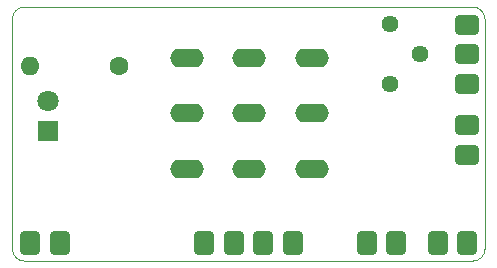
<source format=gbr>
%TF.GenerationSoftware,KiCad,Pcbnew,9.0.2*%
%TF.CreationDate,2025-07-23T23:09:01-07:00*%
%TF.ProjectId,3pdt-pwr-breakout-neg-V2,33706474-2d70-4777-922d-627265616b6f,rev?*%
%TF.SameCoordinates,Original*%
%TF.FileFunction,Soldermask,Top*%
%TF.FilePolarity,Negative*%
%FSLAX46Y46*%
G04 Gerber Fmt 4.6, Leading zero omitted, Abs format (unit mm)*
G04 Created by KiCad (PCBNEW 9.0.2) date 2025-07-23 23:09:01*
%MOMM*%
%LPD*%
G01*
G04 APERTURE LIST*
G04 Aperture macros list*
%AMRoundRect*
0 Rectangle with rounded corners*
0 $1 Rounding radius*
0 $2 $3 $4 $5 $6 $7 $8 $9 X,Y pos of 4 corners*
0 Add a 4 corners polygon primitive as box body*
4,1,4,$2,$3,$4,$5,$6,$7,$8,$9,$2,$3,0*
0 Add four circle primitives for the rounded corners*
1,1,$1+$1,$2,$3*
1,1,$1+$1,$4,$5*
1,1,$1+$1,$6,$7*
1,1,$1+$1,$8,$9*
0 Add four rect primitives between the rounded corners*
20,1,$1+$1,$2,$3,$4,$5,0*
20,1,$1+$1,$4,$5,$6,$7,0*
20,1,$1+$1,$6,$7,$8,$9,0*
20,1,$1+$1,$8,$9,$2,$3,0*%
G04 Aperture macros list end*
%ADD10RoundRect,0.247500X0.577500X0.727500X-0.577500X0.727500X-0.577500X-0.727500X0.577500X-0.727500X0*%
%ADD11RoundRect,0.247500X0.727500X-0.577500X0.727500X0.577500X-0.727500X0.577500X-0.727500X-0.577500X0*%
%ADD12RoundRect,0.247500X-0.727500X0.577500X-0.727500X-0.577500X0.727500X-0.577500X0.727500X0.577500X0*%
%ADD13C,1.600000*%
%ADD14O,1.600000X1.600000*%
%ADD15C,1.440000*%
%ADD16R,1.800000X1.800000*%
%ADD17C,1.800000*%
%ADD18O,2.850000X1.600000*%
%TA.AperFunction,Profile*%
%ADD19C,0.100000*%
%TD*%
G04 APERTURE END LIST*
D10*
%TO.C,WP5*%
X77500000Y-71000000D03*
%TD*%
D11*
%TO.C,WP11*%
X86000000Y-63500000D03*
%TD*%
D10*
%TO.C,WP7*%
X68750000Y-71000000D03*
%TD*%
D12*
%TO.C,WP15*%
X86000000Y-52500000D03*
%TD*%
D11*
%TO.C,WP12*%
X86000000Y-61000000D03*
%TD*%
D10*
%TO.C,WP4*%
X51500000Y-71000000D03*
%TD*%
D13*
%TO.C,R1*%
X56500000Y-56000000D03*
D14*
X49000000Y-56000000D03*
%TD*%
D10*
%TO.C,WP3*%
X49000000Y-71000000D03*
%TD*%
D12*
%TO.C,WP14*%
X86000000Y-57500000D03*
%TD*%
%TO.C,WP13*%
X86000000Y-55000000D03*
%TD*%
D10*
%TO.C,WP2*%
X86000000Y-71000000D03*
%TD*%
%TO.C,WP6*%
X80000000Y-71000000D03*
%TD*%
%TO.C,WP8*%
X71250000Y-71000000D03*
%TD*%
%TO.C,WP9*%
X63750000Y-71000000D03*
%TD*%
%TO.C,WP1*%
X83500000Y-71000000D03*
%TD*%
D15*
%TO.C,RV1*%
X79460000Y-52460000D03*
X82000000Y-55000000D03*
X79460000Y-57540000D03*
%TD*%
D10*
%TO.C,WP10*%
X66250000Y-71000000D03*
%TD*%
D16*
%TO.C,D2*%
X50500000Y-61525000D03*
D17*
X50500000Y-58985000D03*
%TD*%
D18*
%TO.C,SW1*%
X72850000Y-64700000D03*
X72850000Y-60000000D03*
X72850000Y-55300000D03*
X67550000Y-64700000D03*
X67550000Y-60000000D03*
X67550000Y-55300000D03*
X62250000Y-64700000D03*
X62250000Y-60000000D03*
X62250000Y-55300000D03*
%TD*%
D19*
X87500000Y-71500000D02*
G75*
G02*
X86500000Y-72500000I-1000000J0D01*
G01*
X86500000Y-72500000D02*
X48500000Y-72500000D01*
X48500000Y-72500000D02*
G75*
G02*
X47500000Y-71500000I0J1000000D01*
G01*
X48500000Y-51000000D02*
X86500000Y-51000000D01*
X47500000Y-71500000D02*
X47500000Y-52000000D01*
X87500000Y-52000000D02*
X87500000Y-71500000D01*
X86500000Y-51000000D02*
G75*
G02*
X87500000Y-52000000I0J-1000000D01*
G01*
X47500000Y-52000000D02*
G75*
G02*
X48500000Y-51000000I1000000J0D01*
G01*
M02*

</source>
